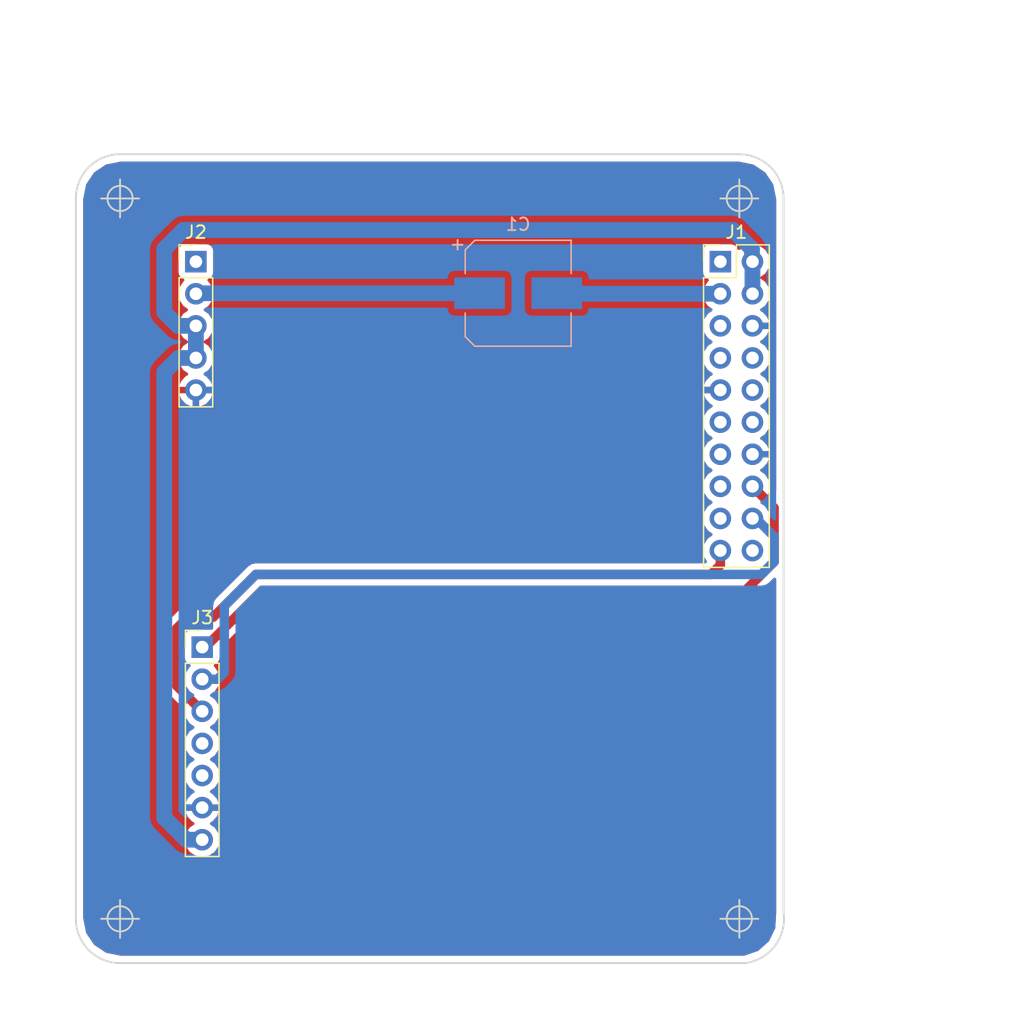
<source format=kicad_pcb>
(kicad_pcb (version 4) (host pcbnew 4.0.6)

  (general
    (links 13)
    (no_connects 0)
    (area 0 0 0 0)
    (thickness 1.6)
    (drawings 14)
    (tracks 49)
    (zones 0)
    (modules 4)
    (nets 22)
  )

  (page A4)
  (layers
    (0 F.Cu signal)
    (31 B.Cu signal hide)
    (32 B.Adhes user)
    (33 F.Adhes user)
    (34 B.Paste user)
    (35 F.Paste user)
    (36 B.SilkS user)
    (37 F.SilkS user)
    (38 B.Mask user)
    (39 F.Mask user)
    (40 Dwgs.User user)
    (41 Cmts.User user)
    (42 Eco1.User user)
    (43 Eco2.User user)
    (44 Edge.Cuts user)
    (45 Margin user)
    (46 B.CrtYd user)
    (47 F.CrtYd user)
    (48 B.Fab user)
    (49 F.Fab user)
  )

  (setup
    (last_trace_width 0.75)
    (user_trace_width 0.25)
    (user_trace_width 0.5)
    (user_trace_width 0.75)
    (user_trace_width 1)
    (user_trace_width 1.25)
    (user_trace_width 1.5)
    (trace_clearance 0.2)
    (zone_clearance 0.508)
    (zone_45_only no)
    (trace_min 0.2)
    (segment_width 0.2)
    (edge_width 0.15)
    (via_size 0.6)
    (via_drill 0.4)
    (via_min_size 0.4)
    (via_min_drill 0.3)
    (uvia_size 0.3)
    (uvia_drill 0.1)
    (uvias_allowed no)
    (uvia_min_size 0.2)
    (uvia_min_drill 0.1)
    (pcb_text_width 0.3)
    (pcb_text_size 1.5 1.5)
    (mod_edge_width 0.15)
    (mod_text_size 1 1)
    (mod_text_width 0.15)
    (pad_size 1.524 1.524)
    (pad_drill 0.762)
    (pad_to_mask_clearance 0.2)
    (aux_axis_origin 0 0)
    (visible_elements FFFFFF7F)
    (pcbplotparams
      (layerselection 0x00030_80000001)
      (usegerberextensions false)
      (excludeedgelayer true)
      (linewidth 0.100000)
      (plotframeref false)
      (viasonmask false)
      (mode 1)
      (useauxorigin false)
      (hpglpennumber 1)
      (hpglpenspeed 20)
      (hpglpendiameter 15)
      (hpglpenoverlay 2)
      (psnegative false)
      (psa4output false)
      (plotreference true)
      (plotvalue true)
      (plotinvisibletext false)
      (padsonsilk false)
      (subtractmaskfromsilk false)
      (outputformat 1)
      (mirror false)
      (drillshape 1)
      (scaleselection 1)
      (outputdirectory ""))
  )

  (net 0 "")
  (net 1 "Net-(C1-Pad1)")
  (net 2 /OUT)
  (net 3 "Net-(J1-Pad1)")
  (net 4 /VCC)
  (net 5 "Net-(J1-Pad5)")
  (net 6 GND)
  (net 7 "Net-(J1-Pad7)")
  (net 8 "Net-(J1-Pad8)")
  (net 9 "Net-(J1-Pad10)")
  (net 10 "Net-(J1-Pad11)")
  (net 11 "Net-(J1-Pad12)")
  (net 12 "Net-(J1-Pad13)")
  (net 13 "Net-(J1-Pad15)")
  (net 14 /LRC)
  (net 15 "Net-(J1-Pad17)")
  (net 16 /BCLK)
  (net 17 /DIN)
  (net 18 "Net-(J1-Pad20)")
  (net 19 "Net-(J2-Pad1)")
  (net 20 "Net-(J3-Pad4)")
  (net 21 "Net-(J3-Pad5)")

  (net_class Default "Ceci est la Netclass par défaut"
    (clearance 0.2)
    (trace_width 0.25)
    (via_dia 0.6)
    (via_drill 0.4)
    (uvia_dia 0.3)
    (uvia_drill 0.1)
    (add_net /BCLK)
    (add_net /DIN)
    (add_net /LRC)
    (add_net /OUT)
    (add_net /VCC)
    (add_net GND)
    (add_net "Net-(C1-Pad1)")
    (add_net "Net-(J1-Pad1)")
    (add_net "Net-(J1-Pad10)")
    (add_net "Net-(J1-Pad11)")
    (add_net "Net-(J1-Pad12)")
    (add_net "Net-(J1-Pad13)")
    (add_net "Net-(J1-Pad15)")
    (add_net "Net-(J1-Pad17)")
    (add_net "Net-(J1-Pad20)")
    (add_net "Net-(J1-Pad5)")
    (add_net "Net-(J1-Pad7)")
    (add_net "Net-(J1-Pad8)")
    (add_net "Net-(J2-Pad1)")
    (add_net "Net-(J3-Pad4)")
    (add_net "Net-(J3-Pad5)")
  )

  (module Capacitors_SMD:CP_Elec_8x6.5 (layer B.Cu) (tedit 58AA8B9D) (tstamp 59088C30)
    (at 85 133)
    (descr "SMT capacitor, aluminium electrolytic, 8x6.5")
    (path /59088883)
    (attr smd)
    (fp_text reference C1 (at 0 -5.45) (layer B.SilkS)
      (effects (font (size 1 1) (thickness 0.15)) (justify mirror))
    )
    (fp_text value CP (at 0 5.45) (layer B.Fab)
      (effects (font (size 1 1) (thickness 0.15)) (justify mirror))
    )
    (fp_circle (center 0 0) (end 0.9 -3.8) (layer B.Fab) (width 0.1))
    (fp_text user + (at -1.94 0.06) (layer B.Fab)
      (effects (font (size 1 1) (thickness 0.15)) (justify mirror))
    )
    (fp_text user + (at -4.79 -3.91) (layer B.SilkS)
      (effects (font (size 1 1) (thickness 0.15)) (justify mirror))
    )
    (fp_text user %R (at 0 -5.45) (layer B.Fab)
      (effects (font (size 1 1) (thickness 0.15)) (justify mirror))
    )
    (fp_line (start -4.19 3.43) (end -4.19 1.56) (layer B.SilkS) (width 0.12))
    (fp_line (start -4.19 -3.43) (end -4.19 -1.56) (layer B.SilkS) (width 0.12))
    (fp_line (start 4.19 -4.19) (end 4.19 -1.56) (layer B.SilkS) (width 0.12))
    (fp_line (start 4.19 4.19) (end 4.19 1.56) (layer B.SilkS) (width 0.12))
    (fp_line (start 4.04 -4.04) (end 4.04 4.04) (layer B.Fab) (width 0.1))
    (fp_line (start -3.37 -4.04) (end 4.04 -4.04) (layer B.Fab) (width 0.1))
    (fp_line (start -4.04 -3.37) (end -3.37 -4.04) (layer B.Fab) (width 0.1))
    (fp_line (start -4.04 3.37) (end -4.04 -3.37) (layer B.Fab) (width 0.1))
    (fp_line (start -3.37 4.04) (end -4.04 3.37) (layer B.Fab) (width 0.1))
    (fp_line (start 4.04 4.04) (end -3.37 4.04) (layer B.Fab) (width 0.1))
    (fp_line (start 4.19 -4.19) (end -3.43 -4.19) (layer B.SilkS) (width 0.12))
    (fp_line (start -3.43 -4.19) (end -4.19 -3.43) (layer B.SilkS) (width 0.12))
    (fp_line (start -4.19 3.43) (end -3.43 4.19) (layer B.SilkS) (width 0.12))
    (fp_line (start -3.43 4.19) (end 4.19 4.19) (layer B.SilkS) (width 0.12))
    (fp_line (start -5.3 4.29) (end 5.3 4.29) (layer B.CrtYd) (width 0.05))
    (fp_line (start -5.3 4.29) (end -5.3 -4.29) (layer B.CrtYd) (width 0.05))
    (fp_line (start 5.3 -4.29) (end 5.3 4.29) (layer B.CrtYd) (width 0.05))
    (fp_line (start 5.3 -4.29) (end -5.3 -4.29) (layer B.CrtYd) (width 0.05))
    (pad 1 smd rect (at -3.05 0 180) (size 4 2.5) (layers B.Cu B.Paste B.Mask)
      (net 1 "Net-(C1-Pad1)"))
    (pad 2 smd rect (at 3.05 0 180) (size 4 2.5) (layers B.Cu B.Paste B.Mask)
      (net 2 /OUT))
    (model Capacitors_SMD.3dshapes/CP_Elec_8x6.5.wrl
      (at (xyz 0 0 0))
      (scale (xyz 1 1 1))
      (rotate (xyz 0 0 180))
    )
  )

  (module Pin_Headers:Pin_Header_Straight_2x10_Pitch2.54mm (layer F.Cu) (tedit 5908936C) (tstamp 59088C48)
    (at 101 130.5)
    (descr "Through hole straight pin header, 2x10, 2.54mm pitch, double rows")
    (tags "Through hole pin header THT 2x10 2.54mm double row")
    (path /59087B77)
    (fp_text reference J1 (at 1.27 -2.33) (layer F.SilkS)
      (effects (font (size 1 1) (thickness 0.15)))
    )
    (fp_text value CONN_02X10 (at -7.62 22.86) (layer F.Fab)
      (effects (font (size 1 1) (thickness 0.15)))
    )
    (fp_line (start -1.27 -1.27) (end -1.27 24.13) (layer F.Fab) (width 0.1))
    (fp_line (start -1.27 24.13) (end 3.81 24.13) (layer F.Fab) (width 0.1))
    (fp_line (start 3.81 24.13) (end 3.81 -1.27) (layer F.Fab) (width 0.1))
    (fp_line (start 3.81 -1.27) (end -1.27 -1.27) (layer F.Fab) (width 0.1))
    (fp_line (start -1.33 1.27) (end -1.33 24.19) (layer F.SilkS) (width 0.12))
    (fp_line (start -1.33 24.19) (end 3.87 24.19) (layer F.SilkS) (width 0.12))
    (fp_line (start 3.87 24.19) (end 3.87 -1.33) (layer F.SilkS) (width 0.12))
    (fp_line (start 3.87 -1.33) (end 1.27 -1.33) (layer F.SilkS) (width 0.12))
    (fp_line (start 1.27 -1.33) (end 1.27 1.27) (layer F.SilkS) (width 0.12))
    (fp_line (start 1.27 1.27) (end -1.33 1.27) (layer F.SilkS) (width 0.12))
    (fp_line (start -1.33 0) (end -1.33 -1.33) (layer F.SilkS) (width 0.12))
    (fp_line (start -1.33 -1.33) (end 0 -1.33) (layer F.SilkS) (width 0.12))
    (fp_line (start -1.8 -1.8) (end -1.8 24.65) (layer F.CrtYd) (width 0.05))
    (fp_line (start -1.8 24.65) (end 4.35 24.65) (layer F.CrtYd) (width 0.05))
    (fp_line (start 4.35 24.65) (end 4.35 -1.8) (layer F.CrtYd) (width 0.05))
    (fp_line (start 4.35 -1.8) (end -1.8 -1.8) (layer F.CrtYd) (width 0.05))
    (fp_text user %R (at 1.27 -2.33) (layer F.Fab)
      (effects (font (size 1 1) (thickness 0.15)))
    )
    (pad 1 thru_hole rect (at 0 0) (size 1.7 1.7) (drill 1) (layers *.Cu *.Mask)
      (net 3 "Net-(J1-Pad1)"))
    (pad 2 thru_hole oval (at 2.54 0) (size 1.7 1.7) (drill 1) (layers *.Cu *.Mask)
      (net 4 /VCC))
    (pad 3 thru_hole oval (at 0 2.54) (size 1.7 1.7) (drill 1) (layers *.Cu *.Mask)
      (net 2 /OUT))
    (pad 4 thru_hole oval (at 2.54 2.54) (size 1.7 1.7) (drill 1) (layers *.Cu *.Mask)
      (net 4 /VCC))
    (pad 5 thru_hole oval (at 0 5.08) (size 1.7 1.7) (drill 1) (layers *.Cu *.Mask)
      (net 5 "Net-(J1-Pad5)"))
    (pad 6 thru_hole oval (at 2.54 5.08) (size 1.7 1.7) (drill 1) (layers *.Cu *.Mask)
      (net 6 GND))
    (pad 7 thru_hole oval (at 0 7.62) (size 1.7 1.7) (drill 1) (layers *.Cu *.Mask)
      (net 7 "Net-(J1-Pad7)"))
    (pad 8 thru_hole oval (at 2.54 7.62) (size 1.7 1.7) (drill 1) (layers *.Cu *.Mask)
      (net 8 "Net-(J1-Pad8)"))
    (pad 9 thru_hole oval (at 0 10.16) (size 1.7 1.7) (drill 1) (layers *.Cu *.Mask)
      (net 6 GND))
    (pad 10 thru_hole oval (at 2.54 10.16) (size 1.7 1.7) (drill 1) (layers *.Cu *.Mask)
      (net 9 "Net-(J1-Pad10)"))
    (pad 11 thru_hole oval (at 0 12.7) (size 1.7 1.7) (drill 1) (layers *.Cu *.Mask)
      (net 10 "Net-(J1-Pad11)"))
    (pad 12 thru_hole oval (at 2.54 12.7) (size 1.7 1.7) (drill 1) (layers *.Cu *.Mask)
      (net 11 "Net-(J1-Pad12)"))
    (pad 13 thru_hole oval (at 0 15.24) (size 1.7 1.7) (drill 1) (layers *.Cu *.Mask)
      (net 12 "Net-(J1-Pad13)"))
    (pad 14 thru_hole oval (at 2.54 15.24) (size 1.7 1.7) (drill 1) (layers *.Cu *.Mask)
      (net 6 GND))
    (pad 15 thru_hole oval (at 0 17.78) (size 1.7 1.7) (drill 1) (layers *.Cu *.Mask)
      (net 13 "Net-(J1-Pad15)"))
    (pad 16 thru_hole oval (at 2.54 17.78) (size 1.7 1.7) (drill 1) (layers *.Cu *.Mask)
      (net 14 /LRC))
    (pad 17 thru_hole oval (at 0 20.32) (size 1.7 1.7) (drill 1) (layers *.Cu *.Mask)
      (net 15 "Net-(J1-Pad17)"))
    (pad 18 thru_hole oval (at 2.54 20.32) (size 1.7 1.7) (drill 1) (layers *.Cu *.Mask)
      (net 16 /BCLK))
    (pad 19 thru_hole oval (at 0 22.86) (size 1.7 1.7) (drill 1) (layers *.Cu *.Mask)
      (net 17 /DIN))
    (pad 20 thru_hole oval (at 2.54 22.86) (size 1.7 1.7) (drill 1) (layers *.Cu *.Mask)
      (net 18 "Net-(J1-Pad20)"))
    (model ${KISYS3DMOD}/Pin_Headers.3dshapes/Pin_Header_Straight_2x10_Pitch2.54mm.wrl
      (at (xyz 0.05 -0.45 0))
      (scale (xyz 1 1 1))
      (rotate (xyz 0 0 90))
    )
  )

  (module Pin_Headers:Pin_Header_Straight_1x05_Pitch2.54mm (layer F.Cu) (tedit 58CD4EC1) (tstamp 59088C51)
    (at 59.5 130.5)
    (descr "Through hole straight pin header, 1x05, 2.54mm pitch, single row")
    (tags "Through hole pin header THT 1x05 2.54mm single row")
    (path /59087D0F)
    (fp_text reference J2 (at 0 -2.33) (layer F.SilkS)
      (effects (font (size 1 1) (thickness 0.15)))
    )
    (fp_text value MAX9814 (at 0 12.49) (layer F.Fab)
      (effects (font (size 1 1) (thickness 0.15)))
    )
    (fp_line (start -1.27 -1.27) (end -1.27 11.43) (layer F.Fab) (width 0.1))
    (fp_line (start -1.27 11.43) (end 1.27 11.43) (layer F.Fab) (width 0.1))
    (fp_line (start 1.27 11.43) (end 1.27 -1.27) (layer F.Fab) (width 0.1))
    (fp_line (start 1.27 -1.27) (end -1.27 -1.27) (layer F.Fab) (width 0.1))
    (fp_line (start -1.33 1.27) (end -1.33 11.49) (layer F.SilkS) (width 0.12))
    (fp_line (start -1.33 11.49) (end 1.33 11.49) (layer F.SilkS) (width 0.12))
    (fp_line (start 1.33 11.49) (end 1.33 1.27) (layer F.SilkS) (width 0.12))
    (fp_line (start 1.33 1.27) (end -1.33 1.27) (layer F.SilkS) (width 0.12))
    (fp_line (start -1.33 0) (end -1.33 -1.33) (layer F.SilkS) (width 0.12))
    (fp_line (start -1.33 -1.33) (end 0 -1.33) (layer F.SilkS) (width 0.12))
    (fp_line (start -1.8 -1.8) (end -1.8 11.95) (layer F.CrtYd) (width 0.05))
    (fp_line (start -1.8 11.95) (end 1.8 11.95) (layer F.CrtYd) (width 0.05))
    (fp_line (start 1.8 11.95) (end 1.8 -1.8) (layer F.CrtYd) (width 0.05))
    (fp_line (start 1.8 -1.8) (end -1.8 -1.8) (layer F.CrtYd) (width 0.05))
    (fp_text user %R (at 0 -2.33) (layer F.Fab)
      (effects (font (size 1 1) (thickness 0.15)))
    )
    (pad 1 thru_hole rect (at 0 0) (size 1.7 1.7) (drill 1) (layers *.Cu *.Mask)
      (net 19 "Net-(J2-Pad1)"))
    (pad 2 thru_hole oval (at 0 2.54) (size 1.7 1.7) (drill 1) (layers *.Cu *.Mask)
      (net 1 "Net-(C1-Pad1)"))
    (pad 3 thru_hole oval (at 0 5.08) (size 1.7 1.7) (drill 1) (layers *.Cu *.Mask)
      (net 4 /VCC))
    (pad 4 thru_hole oval (at 0 7.62) (size 1.7 1.7) (drill 1) (layers *.Cu *.Mask)
      (net 4 /VCC))
    (pad 5 thru_hole oval (at 0 10.16) (size 1.7 1.7) (drill 1) (layers *.Cu *.Mask)
      (net 6 GND))
    (model ${KISYS3DMOD}/Pin_Headers.3dshapes/Pin_Header_Straight_1x05_Pitch2.54mm.wrl
      (at (xyz 0 -0.2 0))
      (scale (xyz 1 1 1))
      (rotate (xyz 0 0 90))
    )
  )

  (module Pin_Headers:Pin_Header_Straight_1x07_Pitch2.54mm (layer F.Cu) (tedit 59089365) (tstamp 59088C5C)
    (at 60 161)
    (descr "Through hole straight pin header, 1x07, 2.54mm pitch, single row")
    (tags "Through hole pin header THT 1x07 2.54mm single row")
    (path /59087DE2)
    (fp_text reference J3 (at 0 -2.33) (layer F.SilkS)
      (effects (font (size 1 1) (thickness 0.15)))
    )
    (fp_text value MAX98357A (at 1.27 17.78) (layer F.Fab)
      (effects (font (size 1 1) (thickness 0.15)))
    )
    (fp_line (start -1.27 -1.27) (end -1.27 16.51) (layer F.Fab) (width 0.1))
    (fp_line (start -1.27 16.51) (end 1.27 16.51) (layer F.Fab) (width 0.1))
    (fp_line (start 1.27 16.51) (end 1.27 -1.27) (layer F.Fab) (width 0.1))
    (fp_line (start 1.27 -1.27) (end -1.27 -1.27) (layer F.Fab) (width 0.1))
    (fp_line (start -1.33 1.27) (end -1.33 16.57) (layer F.SilkS) (width 0.12))
    (fp_line (start -1.33 16.57) (end 1.33 16.57) (layer F.SilkS) (width 0.12))
    (fp_line (start 1.33 16.57) (end 1.33 1.27) (layer F.SilkS) (width 0.12))
    (fp_line (start 1.33 1.27) (end -1.33 1.27) (layer F.SilkS) (width 0.12))
    (fp_line (start -1.33 0) (end -1.33 -1.33) (layer F.SilkS) (width 0.12))
    (fp_line (start -1.33 -1.33) (end 0 -1.33) (layer F.SilkS) (width 0.12))
    (fp_line (start -1.8 -1.8) (end -1.8 17.05) (layer F.CrtYd) (width 0.05))
    (fp_line (start -1.8 17.05) (end 1.8 17.05) (layer F.CrtYd) (width 0.05))
    (fp_line (start 1.8 17.05) (end 1.8 -1.8) (layer F.CrtYd) (width 0.05))
    (fp_line (start 1.8 -1.8) (end -1.8 -1.8) (layer F.CrtYd) (width 0.05))
    (fp_text user %R (at 0 -2.33) (layer F.Fab)
      (effects (font (size 1 1) (thickness 0.15)))
    )
    (pad 1 thru_hole rect (at 0 0) (size 1.7 1.7) (drill 1) (layers *.Cu *.Mask)
      (net 14 /LRC))
    (pad 2 thru_hole oval (at 0 2.54) (size 1.7 1.7) (drill 1) (layers *.Cu *.Mask)
      (net 16 /BCLK))
    (pad 3 thru_hole oval (at 0 5.08) (size 1.7 1.7) (drill 1) (layers *.Cu *.Mask)
      (net 17 /DIN))
    (pad 4 thru_hole oval (at 0 7.62) (size 1.7 1.7) (drill 1) (layers *.Cu *.Mask)
      (net 20 "Net-(J3-Pad4)"))
    (pad 5 thru_hole oval (at 0 10.16) (size 1.7 1.7) (drill 1) (layers *.Cu *.Mask)
      (net 21 "Net-(J3-Pad5)"))
    (pad 6 thru_hole oval (at 0 12.7) (size 1.7 1.7) (drill 1) (layers *.Cu *.Mask)
      (net 6 GND))
    (pad 7 thru_hole oval (at 0 15.24) (size 1.7 1.7) (drill 1) (layers *.Cu *.Mask)
      (net 4 /VCC))
    (model ${KISYS3DMOD}/Pin_Headers.3dshapes/Pin_Header_Straight_1x07_Pitch2.54mm.wrl
      (at (xyz 0 -0.3 0))
      (scale (xyz 1 1 1))
      (rotate (xyz 0 0 90))
    )
  )

  (target plus (at 53.5 125.5) (size 3) (width 0.15) (layer Edge.Cuts))
  (target plus (at 53.5 182.5) (size 3) (width 0.15) (layer Edge.Cuts))
  (target plus (at 102.5 182.5) (size 3) (width 0.15) (layer Edge.Cuts))
  (target plus (at 102.5 125.5) (size 3) (width 0.15) (layer Edge.Cuts))
  (gr_arc (start 53.5 125.5) (end 50 125.5) (angle 90) (layer Edge.Cuts) (width 0.15))
  (gr_arc (start 53.5 182.5) (end 53.5 186) (angle 90) (layer Edge.Cuts) (width 0.15))
  (gr_arc (start 102.5 182.5) (end 106 182) (angle 90) (layer Edge.Cuts) (width 0.15))
  (gr_arc (start 102.5 125.5) (end 102.5 122) (angle 90) (layer Edge.Cuts) (width 0.15))
  (gr_line (start 53.5 186) (end 103 186) (angle 90) (layer Edge.Cuts) (width 0.15))
  (gr_line (start 50 125.5) (end 50 182.5) (angle 90) (layer Edge.Cuts) (width 0.15))
  (gr_line (start 102.5 122) (end 53.5 122) (angle 90) (layer Edge.Cuts) (width 0.15))
  (gr_line (start 106 182) (end 106 125.5) (angle 90) (layer Edge.Cuts) (width 0.15))
  (dimension 64 (width 0.3) (layer F.Fab)
    (gr_text "64.000 mm" (at 122.35 154 270) (layer F.Fab)
      (effects (font (size 1.5 1.5) (thickness 0.3)))
    )
    (feature1 (pts (xy 106 186) (xy 123.7 186)))
    (feature2 (pts (xy 106 122) (xy 123.7 122)))
    (crossbar (pts (xy 121 122) (xy 121 186)))
    (arrow1a (pts (xy 121 186) (xy 120.413579 184.873496)))
    (arrow1b (pts (xy 121 186) (xy 121.586421 184.873496)))
    (arrow2a (pts (xy 121 122) (xy 120.413579 123.126504)))
    (arrow2b (pts (xy 121 122) (xy 121.586421 123.126504)))
  )
  (dimension 56 (width 0.3) (layer F.Fab)
    (gr_text "56.000 mm" (at 78 111.65) (layer F.Fab)
      (effects (font (size 1.5 1.5) (thickness 0.3)))
    )
    (feature1 (pts (xy 50 122) (xy 50 110.3)))
    (feature2 (pts (xy 106 122) (xy 106 110.3)))
    (crossbar (pts (xy 106 113) (xy 50 113)))
    (arrow1a (pts (xy 50 113) (xy 51.126504 112.413579)))
    (arrow1b (pts (xy 50 113) (xy 51.126504 113.586421)))
    (arrow2a (pts (xy 106 113) (xy 104.873496 112.413579)))
    (arrow2b (pts (xy 106 113) (xy 104.873496 113.586421)))
  )

  (segment (start 81.95 133) (end 59.54 133) (width 1.25) (layer B.Cu) (net 1))
  (segment (start 59.54 133) (end 59.5 133.04) (width 1.25) (layer B.Cu) (net 1) (tstamp 5908A03D))
  (segment (start 88.09 133.04) (end 88.05 133) (width 1.25) (layer B.Cu) (net 2) (tstamp 5908A039))
  (segment (start 88.09 133.04) (end 88.05 133) (width 1.25) (layer B.Cu) (net 2) (tstamp 5908A02E))
  (segment (start 101 133.04) (end 88.09 133.04) (width 1.25) (layer B.Cu) (net 2))
  (segment (start 57 131) (end 57 129.5) (width 1.25) (layer B.Cu) (net 4))
  (segment (start 58.5 128) (end 60.5 128) (width 1.25) (layer B.Cu) (net 4) (tstamp 5908A614))
  (segment (start 57 129.5) (end 58.5 128) (width 1.25) (layer B.Cu) (net 4) (tstamp 5908A612))
  (segment (start 59.5 138.12) (end 58.12 138.12) (width 1.25) (layer B.Cu) (net 4))
  (segment (start 57 139.24) (end 57 145) (width 1.25) (layer B.Cu) (net 4) (tstamp 5908A5D5))
  (segment (start 58.12 138.12) (end 57 139.24) (width 1.25) (layer B.Cu) (net 4) (tstamp 5908A5D4))
  (segment (start 59.5 135.58) (end 59.5 138.12) (width 1.25) (layer B.Cu) (net 4))
  (segment (start 103.5 130.46) (end 103.5 129.5) (width 1.25) (layer B.Cu) (net 4) (tstamp 5908A107))
  (segment (start 103.5 129.5) (end 102 128) (width 1.25) (layer B.Cu) (net 4) (tstamp 5908A109))
  (segment (start 102 128) (end 60.5 128) (width 1.25) (layer B.Cu) (net 4) (tstamp 5908A10C))
  (segment (start 58.08 135.58) (end 59.5 135.58) (width 1.25) (layer B.Cu) (net 4) (tstamp 5908A118))
  (segment (start 58 135.5) (end 58.08 135.58) (width 1.25) (layer B.Cu) (net 4) (tstamp 5908A11E))
  (segment (start 57.5 135) (end 58 135.5) (width 1.25) (layer B.Cu) (net 4) (tstamp 5908A590))
  (segment (start 57 134.5) (end 57.5 135) (width 1.25) (layer B.Cu) (net 4) (tstamp 5908A116))
  (segment (start 57 131) (end 57 134.5) (width 1.25) (layer B.Cu) (net 4) (tstamp 5908A610))
  (segment (start 57 145) (end 57 174.5) (width 1.25) (layer B.Cu) (net 4) (tstamp 5908A5C8))
  (segment (start 57 174.5) (end 58.74 176.24) (width 1.25) (layer B.Cu) (net 4) (tstamp 5908A12F))
  (segment (start 58.74 176.24) (end 60 176.24) (width 1.25) (layer B.Cu) (net 4) (tstamp 5908A133))
  (segment (start 103.54 133.04) (end 103.54 130.5) (width 1.25) (layer B.Cu) (net 4))
  (segment (start 103.54 130.5) (end 103.5 130.46) (width 1.25) (layer B.Cu) (net 4) (tstamp 5908A106))
  (segment (start 60 161) (end 60.25 161) (width 0.75) (layer F.Cu) (net 14))
  (segment (start 60.25 161) (end 64.75 156.5) (width 0.75) (layer F.Cu) (net 14) (tstamp 5908A1FD))
  (segment (start 64.75 156.5) (end 103 156.5) (width 0.75) (layer F.Cu) (net 14) (tstamp 5908A1FF))
  (segment (start 103 156.5) (end 105.25 154.25) (width 0.75) (layer F.Cu) (net 14) (tstamp 5908A200))
  (segment (start 105.25 154.25) (end 105.25 149.99) (width 0.75) (layer F.Cu) (net 14) (tstamp 5908A204))
  (segment (start 105.25 149.99) (end 103.54 148.28) (width 0.75) (layer F.Cu) (net 14) (tstamp 5908A208))
  (segment (start 103.54 150.82) (end 103.82 150.82) (width 0.75) (layer B.Cu) (net 16))
  (segment (start 103.82 150.82) (end 105.25 152.25) (width 0.75) (layer B.Cu) (net 16) (tstamp 5908A1A2))
  (segment (start 105.25 152.25) (end 105.25 154.25) (width 0.75) (layer B.Cu) (net 16) (tstamp 5908A1A5))
  (segment (start 105.25 154.25) (end 104.25 155.25) (width 0.75) (layer B.Cu) (net 16) (tstamp 5908A1A6))
  (segment (start 104.25 155.25) (end 64.25 155.25) (width 0.75) (layer B.Cu) (net 16) (tstamp 5908A1A9))
  (segment (start 64.25 155.25) (end 61.75 157.75) (width 0.75) (layer B.Cu) (net 16) (tstamp 5908A1B0))
  (segment (start 61.75 157.75) (end 61.75 163) (width 0.75) (layer B.Cu) (net 16) (tstamp 5908A1B6))
  (segment (start 61.75 163) (end 61.21 163.54) (width 0.75) (layer B.Cu) (net 16) (tstamp 5908A1B8))
  (segment (start 61.21 163.54) (end 60 163.54) (width 0.75) (layer B.Cu) (net 16) (tstamp 5908A1BA))
  (segment (start 60 163.54) (end 60.46 163.54) (width 0.75) (layer B.Cu) (net 16))
  (segment (start 60.875 158.625) (end 58.875 158.625) (width 0.75) (layer F.Cu) (net 17))
  (segment (start 58.875 158.625) (end 58 159.5) (width 0.75) (layer F.Cu) (net 17) (tstamp 5908A656))
  (segment (start 101 153.36) (end 101 154.5) (width 0.75) (layer F.Cu) (net 17))
  (segment (start 58 164.08) (end 60 166.08) (width 0.75) (layer F.Cu) (net 17) (tstamp 5908A1F8))
  (segment (start 58 159.5) (end 58 164.08) (width 0.75) (layer F.Cu) (net 17) (tstamp 5908A1F6))
  (segment (start 64.25 155.25) (end 60.875 158.625) (width 0.75) (layer F.Cu) (net 17) (tstamp 5908A1E9))
  (segment (start 100.25 155.25) (end 64.25 155.25) (width 0.75) (layer F.Cu) (net 17) (tstamp 5908A1E2))
  (segment (start 101 154.5) (end 100.25 155.25) (width 0.75) (layer F.Cu) (net 17) (tstamp 5908A1CB))

  (zone (net 6) (net_name GND) (layer F.Cu) (tstamp 5908A215) (hatch edge 0.508)
    (connect_pads (clearance 0.508))
    (min_thickness 0.254)
    (fill yes (arc_segments 16) (thermal_gap 0.508) (thermal_bridge_width 0.508))
    (polygon
      (pts
        (xy 44 118.5) (xy 110.5 118.5) (xy 109.75 189.75) (xy 45.25 189)
      )
    )
    (filled_polygon
      (pts
        (xy 103.562362 122.935227) (xy 104.462992 123.537008) (xy 105.064772 124.437635) (xy 105.29 125.569931) (xy 105.29 148.601644)
        (xy 105.039868 148.351512) (xy 105.054093 148.28) (xy 104.941054 147.711715) (xy 104.619147 147.229946) (xy 104.278447 147.002298)
        (xy 104.421358 146.935183) (xy 104.811645 146.506924) (xy 104.981476 146.09689) (xy 104.860155 145.867) (xy 103.667 145.867)
        (xy 103.667 145.887) (xy 103.413 145.887) (xy 103.413 145.867) (xy 103.393 145.867) (xy 103.393 145.613)
        (xy 103.413 145.613) (xy 103.413 145.593) (xy 103.667 145.593) (xy 103.667 145.613) (xy 104.860155 145.613)
        (xy 104.981476 145.38311) (xy 104.811645 144.973076) (xy 104.421358 144.544817) (xy 104.278447 144.477702) (xy 104.619147 144.250054)
        (xy 104.941054 143.768285) (xy 105.054093 143.2) (xy 104.941054 142.631715) (xy 104.619147 142.149946) (xy 104.289974 141.93)
        (xy 104.619147 141.710054) (xy 104.941054 141.228285) (xy 105.054093 140.66) (xy 104.941054 140.091715) (xy 104.619147 139.609946)
        (xy 104.289974 139.39) (xy 104.619147 139.170054) (xy 104.941054 138.688285) (xy 105.054093 138.12) (xy 104.941054 137.551715)
        (xy 104.619147 137.069946) (xy 104.278447 136.842298) (xy 104.421358 136.775183) (xy 104.811645 136.346924) (xy 104.981476 135.93689)
        (xy 104.860155 135.707) (xy 103.667 135.707) (xy 103.667 135.727) (xy 103.413 135.727) (xy 103.413 135.707)
        (xy 103.393 135.707) (xy 103.393 135.453) (xy 103.413 135.453) (xy 103.413 135.433) (xy 103.667 135.433)
        (xy 103.667 135.453) (xy 104.860155 135.453) (xy 104.981476 135.22311) (xy 104.811645 134.813076) (xy 104.421358 134.384817)
        (xy 104.278447 134.317702) (xy 104.619147 134.090054) (xy 104.941054 133.608285) (xy 105.054093 133.04) (xy 104.941054 132.471715)
        (xy 104.619147 131.989946) (xy 104.289974 131.77) (xy 104.619147 131.550054) (xy 104.941054 131.068285) (xy 105.054093 130.5)
        (xy 104.941054 129.931715) (xy 104.619147 129.449946) (xy 104.137378 129.128039) (xy 103.569093 129.015) (xy 103.510907 129.015)
        (xy 102.942622 129.128039) (xy 102.460853 129.449946) (xy 102.460029 129.451179) (xy 102.453162 129.414683) (xy 102.31409 129.198559)
        (xy 102.10189 129.053569) (xy 101.85 129.00256) (xy 100.15 129.00256) (xy 99.914683 129.046838) (xy 99.698559 129.18591)
        (xy 99.553569 129.39811) (xy 99.50256 129.65) (xy 99.50256 131.35) (xy 99.546838 131.585317) (xy 99.68591 131.801441)
        (xy 99.89811 131.946431) (xy 99.965541 131.960086) (xy 99.920853 131.989946) (xy 99.598946 132.471715) (xy 99.485907 133.04)
        (xy 99.598946 133.608285) (xy 99.920853 134.090054) (xy 100.250026 134.31) (xy 99.920853 134.529946) (xy 99.598946 135.011715)
        (xy 99.485907 135.58) (xy 99.598946 136.148285) (xy 99.920853 136.630054) (xy 100.250026 136.85) (xy 99.920853 137.069946)
        (xy 99.598946 137.551715) (xy 99.485907 138.12) (xy 99.598946 138.688285) (xy 99.920853 139.170054) (xy 100.261553 139.397702)
        (xy 100.118642 139.464817) (xy 99.728355 139.893076) (xy 99.558524 140.30311) (xy 99.679845 140.533) (xy 100.873 140.533)
        (xy 100.873 140.513) (xy 101.127 140.513) (xy 101.127 140.533) (xy 101.147 140.533) (xy 101.147 140.787)
        (xy 101.127 140.787) (xy 101.127 140.807) (xy 100.873 140.807) (xy 100.873 140.787) (xy 99.679845 140.787)
        (xy 99.558524 141.01689) (xy 99.728355 141.426924) (xy 100.118642 141.855183) (xy 100.261553 141.922298) (xy 99.920853 142.149946)
        (xy 99.598946 142.631715) (xy 99.485907 143.2) (xy 99.598946 143.768285) (xy 99.920853 144.250054) (xy 100.250026 144.47)
        (xy 99.920853 144.689946) (xy 99.598946 145.171715) (xy 99.485907 145.74) (xy 99.598946 146.308285) (xy 99.920853 146.790054)
        (xy 100.250026 147.01) (xy 99.920853 147.229946) (xy 99.598946 147.711715) (xy 99.485907 148.28) (xy 99.598946 148.848285)
        (xy 99.920853 149.330054) (xy 100.250026 149.55) (xy 99.920853 149.769946) (xy 99.598946 150.251715) (xy 99.485907 150.82)
        (xy 99.598946 151.388285) (xy 99.920853 151.870054) (xy 100.250026 152.09) (xy 99.920853 152.309946) (xy 99.598946 152.791715)
        (xy 99.485907 153.36) (xy 99.598946 153.928285) (xy 99.807227 154.24) (xy 64.25 154.24) (xy 63.86349 154.316882)
        (xy 63.535822 154.535822) (xy 60.456644 157.615) (xy 58.875 157.615) (xy 58.48849 157.691882) (xy 58.160822 157.910822)
        (xy 57.285822 158.785822) (xy 57.066882 159.11349) (xy 56.99 159.5) (xy 56.99 164.08) (xy 57.066882 164.46651)
        (xy 57.285822 164.794178) (xy 58.500132 166.008488) (xy 58.485907 166.08) (xy 58.598946 166.648285) (xy 58.920853 167.130054)
        (xy 59.250026 167.35) (xy 58.920853 167.569946) (xy 58.598946 168.051715) (xy 58.485907 168.62) (xy 58.598946 169.188285)
        (xy 58.920853 169.670054) (xy 59.250026 169.89) (xy 58.920853 170.109946) (xy 58.598946 170.591715) (xy 58.485907 171.16)
        (xy 58.598946 171.728285) (xy 58.920853 172.210054) (xy 59.261553 172.437702) (xy 59.118642 172.504817) (xy 58.728355 172.933076)
        (xy 58.558524 173.34311) (xy 58.679845 173.573) (xy 59.873 173.573) (xy 59.873 173.553) (xy 60.127 173.553)
        (xy 60.127 173.573) (xy 61.320155 173.573) (xy 61.441476 173.34311) (xy 61.271645 172.933076) (xy 60.881358 172.504817)
        (xy 60.738447 172.437702) (xy 61.079147 172.210054) (xy 61.401054 171.728285) (xy 61.514093 171.16) (xy 61.401054 170.591715)
        (xy 61.079147 170.109946) (xy 60.749974 169.89) (xy 61.079147 169.670054) (xy 61.401054 169.188285) (xy 61.514093 168.62)
        (xy 61.401054 168.051715) (xy 61.079147 167.569946) (xy 60.749974 167.35) (xy 61.079147 167.130054) (xy 61.401054 166.648285)
        (xy 61.514093 166.08) (xy 61.401054 165.511715) (xy 61.079147 165.029946) (xy 60.749974 164.81) (xy 61.079147 164.590054)
        (xy 61.401054 164.108285) (xy 61.514093 163.54) (xy 61.401054 162.971715) (xy 61.079147 162.489946) (xy 61.037548 162.46215)
        (xy 61.085317 162.453162) (xy 61.301441 162.31409) (xy 61.446431 162.10189) (xy 61.49744 161.85) (xy 61.49744 161.180916)
        (xy 65.168356 157.51) (xy 103 157.51) (xy 103.38651 157.433118) (xy 103.714178 157.214178) (xy 105.29 155.638356)
        (xy 105.29 181.980657) (xy 105.223658 183.197794) (xy 104.749301 184.186972) (xy 103.932504 184.919331) (xy 102.878764 185.29)
        (xy 53.569931 185.29) (xy 52.437635 185.064772) (xy 51.537008 184.462992) (xy 50.935227 183.562362) (xy 50.71 182.430069)
        (xy 50.71 176.24) (xy 58.485907 176.24) (xy 58.598946 176.808285) (xy 58.920853 177.290054) (xy 59.402622 177.611961)
        (xy 59.970907 177.725) (xy 60.029093 177.725) (xy 60.597378 177.611961) (xy 61.079147 177.290054) (xy 61.401054 176.808285)
        (xy 61.514093 176.24) (xy 61.401054 175.671715) (xy 61.079147 175.189946) (xy 60.738447 174.962298) (xy 60.881358 174.895183)
        (xy 61.271645 174.466924) (xy 61.441476 174.05689) (xy 61.320155 173.827) (xy 60.127 173.827) (xy 60.127 173.847)
        (xy 59.873 173.847) (xy 59.873 173.827) (xy 58.679845 173.827) (xy 58.558524 174.05689) (xy 58.728355 174.466924)
        (xy 59.118642 174.895183) (xy 59.261553 174.962298) (xy 58.920853 175.189946) (xy 58.598946 175.671715) (xy 58.485907 176.24)
        (xy 50.71 176.24) (xy 50.71 141.01689) (xy 58.058524 141.01689) (xy 58.228355 141.426924) (xy 58.618642 141.855183)
        (xy 59.143108 142.101486) (xy 59.373 141.980819) (xy 59.373 140.787) (xy 59.627 140.787) (xy 59.627 141.980819)
        (xy 59.856892 142.101486) (xy 60.381358 141.855183) (xy 60.771645 141.426924) (xy 60.941476 141.01689) (xy 60.820155 140.787)
        (xy 59.627 140.787) (xy 59.373 140.787) (xy 58.179845 140.787) (xy 58.058524 141.01689) (xy 50.71 141.01689)
        (xy 50.71 133.04) (xy 57.985907 133.04) (xy 58.098946 133.608285) (xy 58.420853 134.090054) (xy 58.750026 134.31)
        (xy 58.420853 134.529946) (xy 58.098946 135.011715) (xy 57.985907 135.58) (xy 58.098946 136.148285) (xy 58.420853 136.630054)
        (xy 58.750026 136.85) (xy 58.420853 137.069946) (xy 58.098946 137.551715) (xy 57.985907 138.12) (xy 58.098946 138.688285)
        (xy 58.420853 139.170054) (xy 58.761553 139.397702) (xy 58.618642 139.464817) (xy 58.228355 139.893076) (xy 58.058524 140.30311)
        (xy 58.179845 140.533) (xy 59.373 140.533) (xy 59.373 140.513) (xy 59.627 140.513) (xy 59.627 140.533)
        (xy 60.820155 140.533) (xy 60.941476 140.30311) (xy 60.771645 139.893076) (xy 60.381358 139.464817) (xy 60.238447 139.397702)
        (xy 60.579147 139.170054) (xy 60.901054 138.688285) (xy 61.014093 138.12) (xy 60.901054 137.551715) (xy 60.579147 137.069946)
        (xy 60.249974 136.85) (xy 60.579147 136.630054) (xy 60.901054 136.148285) (xy 61.014093 135.58) (xy 60.901054 135.011715)
        (xy 60.579147 134.529946) (xy 60.249974 134.31) (xy 60.579147 134.090054) (xy 60.901054 133.608285) (xy 61.014093 133.04)
        (xy 60.901054 132.471715) (xy 60.579147 131.989946) (xy 60.537548 131.96215) (xy 60.585317 131.953162) (xy 60.801441 131.81409)
        (xy 60.946431 131.60189) (xy 60.99744 131.35) (xy 60.99744 129.65) (xy 60.953162 129.414683) (xy 60.81409 129.198559)
        (xy 60.60189 129.053569) (xy 60.35 129.00256) (xy 58.65 129.00256) (xy 58.414683 129.046838) (xy 58.198559 129.18591)
        (xy 58.053569 129.39811) (xy 58.00256 129.65) (xy 58.00256 131.35) (xy 58.046838 131.585317) (xy 58.18591 131.801441)
        (xy 58.39811 131.946431) (xy 58.465541 131.960086) (xy 58.420853 131.989946) (xy 58.098946 132.471715) (xy 57.985907 133.04)
        (xy 50.71 133.04) (xy 50.71 125.569931) (xy 50.935227 124.437638) (xy 51.537008 123.537008) (xy 52.437635 122.935228)
        (xy 53.569931 122.71) (xy 102.430069 122.71)
      )
    )
  )
  (zone (net 6) (net_name GND) (layer B.Cu) (tstamp 5908A22B) (hatch edge 0.508)
    (connect_pads (clearance 0.508))
    (min_thickness 0.254)
    (fill yes (arc_segments 16) (thermal_gap 0.508) (thermal_bridge_width 0.508))
    (polygon
      (pts
        (xy 44 118.5) (xy 110.5 118.5) (xy 109.75 189.75) (xy 45.25 189)
      )
    )
    (filled_polygon
      (pts
        (xy 103.562362 122.935227) (xy 104.462992 123.537008) (xy 105.064772 124.437635) (xy 105.29 125.569931) (xy 105.29 150.861644)
        (xy 105.005857 150.577501) (xy 104.941054 150.251715) (xy 104.619147 149.769946) (xy 104.289974 149.55) (xy 104.619147 149.330054)
        (xy 104.941054 148.848285) (xy 105.054093 148.28) (xy 104.941054 147.711715) (xy 104.619147 147.229946) (xy 104.278447 147.002298)
        (xy 104.421358 146.935183) (xy 104.811645 146.506924) (xy 104.981476 146.09689) (xy 104.860155 145.867) (xy 103.667 145.867)
        (xy 103.667 145.887) (xy 103.413 145.887) (xy 103.413 145.867) (xy 103.393 145.867) (xy 103.393 145.613)
        (xy 103.413 145.613) (xy 103.413 145.593) (xy 103.667 145.593) (xy 103.667 145.613) (xy 104.860155 145.613)
        (xy 104.981476 145.38311) (xy 104.811645 144.973076) (xy 104.421358 144.544817) (xy 104.278447 144.477702) (xy 104.619147 144.250054)
        (xy 104.941054 143.768285) (xy 105.054093 143.2) (xy 104.941054 142.631715) (xy 104.619147 142.149946) (xy 104.289974 141.93)
        (xy 104.619147 141.710054) (xy 104.941054 141.228285) (xy 105.054093 140.66) (xy 104.941054 140.091715) (xy 104.619147 139.609946)
        (xy 104.289974 139.39) (xy 104.619147 139.170054) (xy 104.941054 138.688285) (xy 105.054093 138.12) (xy 104.941054 137.551715)
        (xy 104.619147 137.069946) (xy 104.278447 136.842298) (xy 104.421358 136.775183) (xy 104.811645 136.346924) (xy 104.981476 135.93689)
        (xy 104.860155 135.707) (xy 103.667 135.707) (xy 103.667 135.727) (xy 103.413 135.727) (xy 103.413 135.707)
        (xy 103.393 135.707) (xy 103.393 135.453) (xy 103.413 135.453) (xy 103.413 135.433) (xy 103.667 135.433)
        (xy 103.667 135.453) (xy 104.860155 135.453) (xy 104.981476 135.22311) (xy 104.811645 134.813076) (xy 104.421358 134.384817)
        (xy 104.278447 134.317702) (xy 104.619147 134.090054) (xy 104.941054 133.608285) (xy 105.054093 133.04) (xy 104.941054 132.471715)
        (xy 104.8 132.260612) (xy 104.8 131.279388) (xy 104.941054 131.068285) (xy 105.054093 130.5) (xy 104.941054 129.931715)
        (xy 104.76 129.660748) (xy 104.76 129.5) (xy 104.664088 129.017819) (xy 104.390955 128.609045) (xy 104.390952 128.609043)
        (xy 102.890955 127.109045) (xy 102.482181 126.835912) (xy 102 126.739999) (xy 101.999995 126.74) (xy 58.5 126.74)
        (xy 58.017819 126.835912) (xy 57.609045 127.109045) (xy 57.609043 127.109048) (xy 56.109045 128.609045) (xy 55.835912 129.017819)
        (xy 55.739999 129.5) (xy 55.74 129.500005) (xy 55.74 134.499995) (xy 55.739999 134.5) (xy 55.835912 134.982181)
        (xy 56.109045 135.390955) (xy 56.609043 135.890952) (xy 56.609045 135.890955) (xy 57.109043 136.390952) (xy 57.109045 136.390955)
        (xy 57.189043 136.470952) (xy 57.189045 136.470955) (xy 57.597819 136.744088) (xy 58.08 136.840001) (xy 58.080005 136.84)
        (xy 58.24 136.84) (xy 58.24 136.86) (xy 58.120005 136.86) (xy 58.12 136.859999) (xy 57.657682 136.951961)
        (xy 57.637819 136.955912) (xy 57.229045 137.229045) (xy 57.229043 137.229048) (xy 56.109045 138.349045) (xy 55.835912 138.757819)
        (xy 55.739999 139.24) (xy 55.74 139.240005) (xy 55.74 174.499995) (xy 55.739999 174.5) (xy 55.835912 174.982181)
        (xy 56.109045 175.390955) (xy 57.849043 177.130952) (xy 57.849045 177.130955) (xy 58.257819 177.404088) (xy 58.74 177.500001)
        (xy 58.740005 177.5) (xy 59.23506 177.5) (xy 59.402622 177.611961) (xy 59.970907 177.725) (xy 60.029093 177.725)
        (xy 60.597378 177.611961) (xy 61.079147 177.290054) (xy 61.401054 176.808285) (xy 61.514093 176.24) (xy 61.401054 175.671715)
        (xy 61.079147 175.189946) (xy 60.738447 174.962298) (xy 60.881358 174.895183) (xy 61.271645 174.466924) (xy 61.441476 174.05689)
        (xy 61.320155 173.827) (xy 60.127 173.827) (xy 60.127 173.847) (xy 59.873 173.847) (xy 59.873 173.827)
        (xy 58.679845 173.827) (xy 58.558524 174.05689) (xy 58.713876 174.431967) (xy 58.26 173.97809) (xy 58.26 141.461648)
        (xy 58.618642 141.855183) (xy 59.143108 142.101486) (xy 59.373 141.980819) (xy 59.373 140.787) (xy 59.627 140.787)
        (xy 59.627 141.980819) (xy 59.856892 142.101486) (xy 60.381358 141.855183) (xy 60.771645 141.426924) (xy 60.941476 141.01689)
        (xy 60.820155 140.787) (xy 59.627 140.787) (xy 59.373 140.787) (xy 59.353 140.787) (xy 59.353 140.533)
        (xy 59.373 140.533) (xy 59.373 140.513) (xy 59.627 140.513) (xy 59.627 140.533) (xy 60.820155 140.533)
        (xy 60.941476 140.30311) (xy 60.771645 139.893076) (xy 60.381358 139.464817) (xy 60.238447 139.397702) (xy 60.579147 139.170054)
        (xy 60.901054 138.688285) (xy 61.014093 138.12) (xy 60.901054 137.551715) (xy 60.76 137.340612) (xy 60.76 136.359388)
        (xy 60.901054 136.148285) (xy 61.014093 135.58) (xy 60.901054 135.011715) (xy 60.579147 134.529946) (xy 60.249974 134.31)
        (xy 60.324804 134.26) (xy 79.304442 134.26) (xy 79.346838 134.485317) (xy 79.48591 134.701441) (xy 79.69811 134.846431)
        (xy 79.95 134.89744) (xy 83.95 134.89744) (xy 84.185317 134.853162) (xy 84.401441 134.71409) (xy 84.546431 134.50189)
        (xy 84.59744 134.25) (xy 84.59744 131.75) (xy 84.553162 131.514683) (xy 84.41409 131.298559) (xy 84.20189 131.153569)
        (xy 83.95 131.10256) (xy 79.95 131.10256) (xy 79.714683 131.146838) (xy 79.498559 131.28591) (xy 79.353569 131.49811)
        (xy 79.304585 131.74) (xy 60.852065 131.74) (xy 60.946431 131.60189) (xy 60.99744 131.35) (xy 60.99744 129.65)
        (xy 60.953162 129.414683) (xy 60.853626 129.26) (xy 99.647935 129.26) (xy 99.553569 129.39811) (xy 99.50256 129.65)
        (xy 99.50256 131.35) (xy 99.546838 131.585317) (xy 99.672113 131.78) (xy 90.69744 131.78) (xy 90.69744 131.75)
        (xy 90.653162 131.514683) (xy 90.51409 131.298559) (xy 90.30189 131.153569) (xy 90.05 131.10256) (xy 86.05 131.10256)
        (xy 85.814683 131.146838) (xy 85.598559 131.28591) (xy 85.453569 131.49811) (xy 85.40256 131.75) (xy 85.40256 134.25)
        (xy 85.446838 134.485317) (xy 85.58591 134.701441) (xy 85.79811 134.846431) (xy 86.05 134.89744) (xy 90.05 134.89744)
        (xy 90.285317 134.853162) (xy 90.501441 134.71409) (xy 90.646431 134.50189) (xy 90.687315 134.3) (xy 100.23506 134.3)
        (xy 100.250026 134.31) (xy 99.920853 134.529946) (xy 99.598946 135.011715) (xy 99.485907 135.58) (xy 99.598946 136.148285)
        (xy 99.920853 136.630054) (xy 100.250026 136.85) (xy 99.920853 137.069946) (xy 99.598946 137.551715) (xy 99.485907 138.12)
        (xy 99.598946 138.688285) (xy 99.920853 139.170054) (xy 100.261553 139.397702) (xy 100.118642 139.464817) (xy 99.728355 139.893076)
        (xy 99.558524 140.30311) (xy 99.679845 140.533) (xy 100.873 140.533) (xy 100.873 140.513) (xy 101.127 140.513)
        (xy 101.127 140.533) (xy 101.147 140.533) (xy 101.147 140.787) (xy 101.127 140.787) (xy 101.127 140.807)
        (xy 100.873 140.807) (xy 100.873 140.787) (xy 99.679845 140.787) (xy 99.558524 141.01689) (xy 99.728355 141.426924)
        (xy 100.118642 141.855183) (xy 100.261553 141.922298) (xy 99.920853 142.149946) (xy 99.598946 142.631715) (xy 99.485907 143.2)
        (xy 99.598946 143.768285) (xy 99.920853 144.250054) (xy 100.250026 144.47) (xy 99.920853 144.689946) (xy 99.598946 145.171715)
        (xy 99.485907 145.74) (xy 99.598946 146.308285) (xy 99.920853 146.790054) (xy 100.250026 147.01) (xy 99.920853 147.229946)
        (xy 99.598946 147.711715) (xy 99.485907 148.28) (xy 99.598946 148.848285) (xy 99.920853 149.330054) (xy 100.250026 149.55)
        (xy 99.920853 149.769946) (xy 99.598946 150.251715) (xy 99.485907 150.82) (xy 99.598946 151.388285) (xy 99.920853 151.870054)
        (xy 100.250026 152.09) (xy 99.920853 152.309946) (xy 99.598946 152.791715) (xy 99.485907 153.36) (xy 99.598946 153.928285)
        (xy 99.807227 154.24) (xy 64.25 154.24) (xy 63.86349 154.316882) (xy 63.535822 154.535822) (xy 61.035822 157.035822)
        (xy 60.816882 157.36349) (xy 60.74 157.75) (xy 60.74 159.50256) (xy 59.15 159.50256) (xy 58.914683 159.546838)
        (xy 58.698559 159.68591) (xy 58.553569 159.89811) (xy 58.50256 160.15) (xy 58.50256 161.85) (xy 58.546838 162.085317)
        (xy 58.68591 162.301441) (xy 58.89811 162.446431) (xy 58.965541 162.460086) (xy 58.920853 162.489946) (xy 58.598946 162.971715)
        (xy 58.485907 163.54) (xy 58.598946 164.108285) (xy 58.920853 164.590054) (xy 59.250026 164.81) (xy 58.920853 165.029946)
        (xy 58.598946 165.511715) (xy 58.485907 166.08) (xy 58.598946 166.648285) (xy 58.920853 167.130054) (xy 59.250026 167.35)
        (xy 58.920853 167.569946) (xy 58.598946 168.051715) (xy 58.485907 168.62) (xy 58.598946 169.188285) (xy 58.920853 169.670054)
        (xy 59.250026 169.89) (xy 58.920853 170.109946) (xy 58.598946 170.591715) (xy 58.485907 171.16) (xy 58.598946 171.728285)
        (xy 58.920853 172.210054) (xy 59.261553 172.437702) (xy 59.118642 172.504817) (xy 58.728355 172.933076) (xy 58.558524 173.34311)
        (xy 58.679845 173.573) (xy 59.873 173.573) (xy 59.873 173.553) (xy 60.127 173.553) (xy 60.127 173.573)
        (xy 61.320155 173.573) (xy 61.441476 173.34311) (xy 61.271645 172.933076) (xy 60.881358 172.504817) (xy 60.738447 172.437702)
        (xy 61.079147 172.210054) (xy 61.401054 171.728285) (xy 61.514093 171.16) (xy 61.401054 170.591715) (xy 61.079147 170.109946)
        (xy 60.749974 169.89) (xy 61.079147 169.670054) (xy 61.401054 169.188285) (xy 61.514093 168.62) (xy 61.401054 168.051715)
        (xy 61.079147 167.569946) (xy 60.749974 167.35) (xy 61.079147 167.130054) (xy 61.401054 166.648285) (xy 61.514093 166.08)
        (xy 61.401054 165.511715) (xy 61.079147 165.029946) (xy 60.749974 164.81) (xy 61.079147 164.590054) (xy 61.10591 164.55)
        (xy 61.21 164.55) (xy 61.59651 164.473118) (xy 61.924178 164.254178) (xy 62.464178 163.714178) (xy 62.683118 163.38651)
        (xy 62.76 163) (xy 62.76 158.168356) (xy 64.668356 156.26) (xy 104.25 156.26) (xy 104.63651 156.183118)
        (xy 104.964178 155.964178) (xy 105.29 155.638356) (xy 105.29 181.980657) (xy 105.223658 183.197794) (xy 104.749301 184.186972)
        (xy 103.932504 184.919331) (xy 102.878764 185.29) (xy 53.569931 185.29) (xy 52.437635 185.064772) (xy 51.537008 184.462992)
        (xy 50.935227 183.562362) (xy 50.71 182.430069) (xy 50.71 125.569931) (xy 50.935227 124.437638) (xy 51.537008 123.537008)
        (xy 52.437635 122.935228) (xy 53.569931 122.71) (xy 102.430069 122.71)
      )
    )
  )
)

</source>
